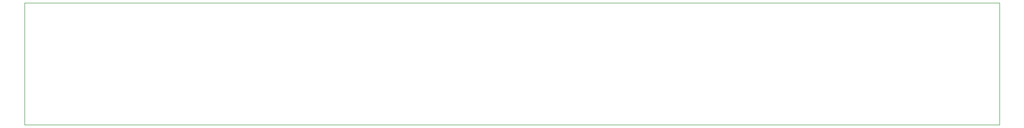
<source format=gbr>
%TF.GenerationSoftware,KiCad,Pcbnew,(5.1.7)-1*%
%TF.CreationDate,2020-12-29T17:02:45+00:00*%
%TF.ProjectId,BussBar,42757373-4261-4722-9e6b-696361645f70,rev?*%
%TF.SameCoordinates,Original*%
%TF.FileFunction,Profile,NP*%
%FSLAX46Y46*%
G04 Gerber Fmt 4.6, Leading zero omitted, Abs format (unit mm)*
G04 Created by KiCad (PCBNEW (5.1.7)-1) date 2020-12-29 17:02:45*
%MOMM*%
%LPD*%
G01*
G04 APERTURE LIST*
%TA.AperFunction,Profile*%
%ADD10C,0.050000*%
%TD*%
G04 APERTURE END LIST*
D10*
X271440000Y-136210000D02*
X271440000Y-158210000D01*
X96440000Y-158210000D02*
X271440000Y-158210000D01*
X96440000Y-136210000D02*
X96440000Y-158210000D01*
X96440000Y-136210000D02*
X271440000Y-136210000D01*
M02*

</source>
